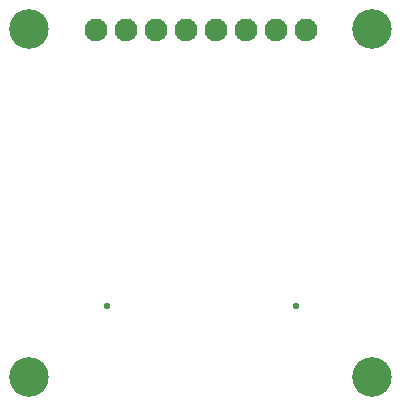
<source format=gbr>
G04 EAGLE Gerber RS-274X export*
G75*
%MOMM*%
%FSLAX34Y34*%
%LPD*%
%INSoldermask Top*%
%IPPOS*%
%AMOC8*
5,1,8,0,0,1.08239X$1,22.5*%
G01*
%ADD10C,0.552400*%
%ADD11C,1.930400*%
%ADD12C,3.352400*%


D10*
X95520Y90920D03*
X255520Y90920D03*
D11*
X86100Y324300D03*
X111500Y324300D03*
X136900Y324300D03*
X162300Y324300D03*
X187700Y324300D03*
X213100Y324300D03*
X238500Y324300D03*
X263900Y324300D03*
D12*
X320000Y325000D03*
X30000Y30000D03*
X320000Y30000D03*
X30000Y325000D03*
M02*

</source>
